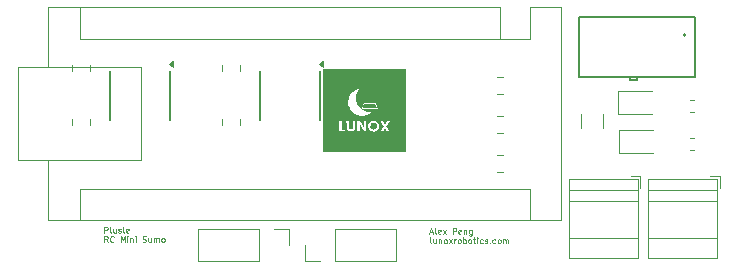
<source format=gbr>
%TF.GenerationSoftware,KiCad,Pcbnew,8.0.4*%
%TF.CreationDate,2025-02-26T16:08:11-05:00*%
%TF.ProjectId,plusle,706c7573-6c65-42e6-9b69-6361645f7063,rev?*%
%TF.SameCoordinates,Original*%
%TF.FileFunction,Legend,Top*%
%TF.FilePolarity,Positive*%
%FSLAX46Y46*%
G04 Gerber Fmt 4.6, Leading zero omitted, Abs format (unit mm)*
G04 Created by KiCad (PCBNEW 8.0.4) date 2025-02-26 16:08:11*
%MOMM*%
%LPD*%
G01*
G04 APERTURE LIST*
%ADD10C,0.100000*%
%ADD11C,0.127000*%
%ADD12C,0.200000*%
%ADD13C,0.000000*%
%ADD14C,0.150000*%
%ADD15C,0.120000*%
G04 APERTURE END LIST*
D10*
X57961027Y-45785780D02*
X58199122Y-45785780D01*
X57913408Y-45928637D02*
X58080074Y-45428637D01*
X58080074Y-45428637D02*
X58246741Y-45928637D01*
X58484836Y-45928637D02*
X58437217Y-45904828D01*
X58437217Y-45904828D02*
X58413407Y-45857208D01*
X58413407Y-45857208D02*
X58413407Y-45428637D01*
X58865788Y-45904828D02*
X58818169Y-45928637D01*
X58818169Y-45928637D02*
X58722931Y-45928637D01*
X58722931Y-45928637D02*
X58675312Y-45904828D01*
X58675312Y-45904828D02*
X58651503Y-45857208D01*
X58651503Y-45857208D02*
X58651503Y-45666732D01*
X58651503Y-45666732D02*
X58675312Y-45619113D01*
X58675312Y-45619113D02*
X58722931Y-45595304D01*
X58722931Y-45595304D02*
X58818169Y-45595304D01*
X58818169Y-45595304D02*
X58865788Y-45619113D01*
X58865788Y-45619113D02*
X58889598Y-45666732D01*
X58889598Y-45666732D02*
X58889598Y-45714351D01*
X58889598Y-45714351D02*
X58651503Y-45761970D01*
X59056264Y-45928637D02*
X59318169Y-45595304D01*
X59056264Y-45595304D02*
X59318169Y-45928637D01*
X59889597Y-45928637D02*
X59889597Y-45428637D01*
X59889597Y-45428637D02*
X60080073Y-45428637D01*
X60080073Y-45428637D02*
X60127692Y-45452447D01*
X60127692Y-45452447D02*
X60151502Y-45476256D01*
X60151502Y-45476256D02*
X60175311Y-45523875D01*
X60175311Y-45523875D02*
X60175311Y-45595304D01*
X60175311Y-45595304D02*
X60151502Y-45642923D01*
X60151502Y-45642923D02*
X60127692Y-45666732D01*
X60127692Y-45666732D02*
X60080073Y-45690542D01*
X60080073Y-45690542D02*
X59889597Y-45690542D01*
X60580073Y-45904828D02*
X60532454Y-45928637D01*
X60532454Y-45928637D02*
X60437216Y-45928637D01*
X60437216Y-45928637D02*
X60389597Y-45904828D01*
X60389597Y-45904828D02*
X60365788Y-45857208D01*
X60365788Y-45857208D02*
X60365788Y-45666732D01*
X60365788Y-45666732D02*
X60389597Y-45619113D01*
X60389597Y-45619113D02*
X60437216Y-45595304D01*
X60437216Y-45595304D02*
X60532454Y-45595304D01*
X60532454Y-45595304D02*
X60580073Y-45619113D01*
X60580073Y-45619113D02*
X60603883Y-45666732D01*
X60603883Y-45666732D02*
X60603883Y-45714351D01*
X60603883Y-45714351D02*
X60365788Y-45761970D01*
X60818168Y-45595304D02*
X60818168Y-45928637D01*
X60818168Y-45642923D02*
X60841978Y-45619113D01*
X60841978Y-45619113D02*
X60889597Y-45595304D01*
X60889597Y-45595304D02*
X60961025Y-45595304D01*
X60961025Y-45595304D02*
X61008644Y-45619113D01*
X61008644Y-45619113D02*
X61032454Y-45666732D01*
X61032454Y-45666732D02*
X61032454Y-45928637D01*
X61484835Y-45595304D02*
X61484835Y-46000066D01*
X61484835Y-46000066D02*
X61461025Y-46047685D01*
X61461025Y-46047685D02*
X61437216Y-46071494D01*
X61437216Y-46071494D02*
X61389597Y-46095304D01*
X61389597Y-46095304D02*
X61318168Y-46095304D01*
X61318168Y-46095304D02*
X61270549Y-46071494D01*
X61484835Y-45904828D02*
X61437216Y-45928637D01*
X61437216Y-45928637D02*
X61341978Y-45928637D01*
X61341978Y-45928637D02*
X61294359Y-45904828D01*
X61294359Y-45904828D02*
X61270549Y-45881018D01*
X61270549Y-45881018D02*
X61246740Y-45833399D01*
X61246740Y-45833399D02*
X61246740Y-45690542D01*
X61246740Y-45690542D02*
X61270549Y-45642923D01*
X61270549Y-45642923D02*
X61294359Y-45619113D01*
X61294359Y-45619113D02*
X61341978Y-45595304D01*
X61341978Y-45595304D02*
X61437216Y-45595304D01*
X61437216Y-45595304D02*
X61484835Y-45619113D01*
X58056265Y-46733609D02*
X58008646Y-46709800D01*
X58008646Y-46709800D02*
X57984836Y-46662180D01*
X57984836Y-46662180D02*
X57984836Y-46233609D01*
X58461027Y-46400276D02*
X58461027Y-46733609D01*
X58246741Y-46400276D02*
X58246741Y-46662180D01*
X58246741Y-46662180D02*
X58270551Y-46709800D01*
X58270551Y-46709800D02*
X58318170Y-46733609D01*
X58318170Y-46733609D02*
X58389598Y-46733609D01*
X58389598Y-46733609D02*
X58437217Y-46709800D01*
X58437217Y-46709800D02*
X58461027Y-46685990D01*
X58699122Y-46400276D02*
X58699122Y-46733609D01*
X58699122Y-46447895D02*
X58722932Y-46424085D01*
X58722932Y-46424085D02*
X58770551Y-46400276D01*
X58770551Y-46400276D02*
X58841979Y-46400276D01*
X58841979Y-46400276D02*
X58889598Y-46424085D01*
X58889598Y-46424085D02*
X58913408Y-46471704D01*
X58913408Y-46471704D02*
X58913408Y-46733609D01*
X59222932Y-46733609D02*
X59175313Y-46709800D01*
X59175313Y-46709800D02*
X59151503Y-46685990D01*
X59151503Y-46685990D02*
X59127694Y-46638371D01*
X59127694Y-46638371D02*
X59127694Y-46495514D01*
X59127694Y-46495514D02*
X59151503Y-46447895D01*
X59151503Y-46447895D02*
X59175313Y-46424085D01*
X59175313Y-46424085D02*
X59222932Y-46400276D01*
X59222932Y-46400276D02*
X59294360Y-46400276D01*
X59294360Y-46400276D02*
X59341979Y-46424085D01*
X59341979Y-46424085D02*
X59365789Y-46447895D01*
X59365789Y-46447895D02*
X59389598Y-46495514D01*
X59389598Y-46495514D02*
X59389598Y-46638371D01*
X59389598Y-46638371D02*
X59365789Y-46685990D01*
X59365789Y-46685990D02*
X59341979Y-46709800D01*
X59341979Y-46709800D02*
X59294360Y-46733609D01*
X59294360Y-46733609D02*
X59222932Y-46733609D01*
X59556265Y-46733609D02*
X59818170Y-46400276D01*
X59556265Y-46400276D02*
X59818170Y-46733609D01*
X60008646Y-46733609D02*
X60008646Y-46400276D01*
X60008646Y-46495514D02*
X60032456Y-46447895D01*
X60032456Y-46447895D02*
X60056265Y-46424085D01*
X60056265Y-46424085D02*
X60103884Y-46400276D01*
X60103884Y-46400276D02*
X60151503Y-46400276D01*
X60389599Y-46733609D02*
X60341980Y-46709800D01*
X60341980Y-46709800D02*
X60318170Y-46685990D01*
X60318170Y-46685990D02*
X60294361Y-46638371D01*
X60294361Y-46638371D02*
X60294361Y-46495514D01*
X60294361Y-46495514D02*
X60318170Y-46447895D01*
X60318170Y-46447895D02*
X60341980Y-46424085D01*
X60341980Y-46424085D02*
X60389599Y-46400276D01*
X60389599Y-46400276D02*
X60461027Y-46400276D01*
X60461027Y-46400276D02*
X60508646Y-46424085D01*
X60508646Y-46424085D02*
X60532456Y-46447895D01*
X60532456Y-46447895D02*
X60556265Y-46495514D01*
X60556265Y-46495514D02*
X60556265Y-46638371D01*
X60556265Y-46638371D02*
X60532456Y-46685990D01*
X60532456Y-46685990D02*
X60508646Y-46709800D01*
X60508646Y-46709800D02*
X60461027Y-46733609D01*
X60461027Y-46733609D02*
X60389599Y-46733609D01*
X60770551Y-46733609D02*
X60770551Y-46233609D01*
X60770551Y-46424085D02*
X60818170Y-46400276D01*
X60818170Y-46400276D02*
X60913408Y-46400276D01*
X60913408Y-46400276D02*
X60961027Y-46424085D01*
X60961027Y-46424085D02*
X60984837Y-46447895D01*
X60984837Y-46447895D02*
X61008646Y-46495514D01*
X61008646Y-46495514D02*
X61008646Y-46638371D01*
X61008646Y-46638371D02*
X60984837Y-46685990D01*
X60984837Y-46685990D02*
X60961027Y-46709800D01*
X60961027Y-46709800D02*
X60913408Y-46733609D01*
X60913408Y-46733609D02*
X60818170Y-46733609D01*
X60818170Y-46733609D02*
X60770551Y-46709800D01*
X61294361Y-46733609D02*
X61246742Y-46709800D01*
X61246742Y-46709800D02*
X61222932Y-46685990D01*
X61222932Y-46685990D02*
X61199123Y-46638371D01*
X61199123Y-46638371D02*
X61199123Y-46495514D01*
X61199123Y-46495514D02*
X61222932Y-46447895D01*
X61222932Y-46447895D02*
X61246742Y-46424085D01*
X61246742Y-46424085D02*
X61294361Y-46400276D01*
X61294361Y-46400276D02*
X61365789Y-46400276D01*
X61365789Y-46400276D02*
X61413408Y-46424085D01*
X61413408Y-46424085D02*
X61437218Y-46447895D01*
X61437218Y-46447895D02*
X61461027Y-46495514D01*
X61461027Y-46495514D02*
X61461027Y-46638371D01*
X61461027Y-46638371D02*
X61437218Y-46685990D01*
X61437218Y-46685990D02*
X61413408Y-46709800D01*
X61413408Y-46709800D02*
X61365789Y-46733609D01*
X61365789Y-46733609D02*
X61294361Y-46733609D01*
X61603885Y-46400276D02*
X61794361Y-46400276D01*
X61675313Y-46233609D02*
X61675313Y-46662180D01*
X61675313Y-46662180D02*
X61699123Y-46709800D01*
X61699123Y-46709800D02*
X61746742Y-46733609D01*
X61746742Y-46733609D02*
X61794361Y-46733609D01*
X61961027Y-46733609D02*
X61961027Y-46400276D01*
X61961027Y-46233609D02*
X61937218Y-46257419D01*
X61937218Y-46257419D02*
X61961027Y-46281228D01*
X61961027Y-46281228D02*
X61984837Y-46257419D01*
X61984837Y-46257419D02*
X61961027Y-46233609D01*
X61961027Y-46233609D02*
X61961027Y-46281228D01*
X62413408Y-46709800D02*
X62365789Y-46733609D01*
X62365789Y-46733609D02*
X62270551Y-46733609D01*
X62270551Y-46733609D02*
X62222932Y-46709800D01*
X62222932Y-46709800D02*
X62199122Y-46685990D01*
X62199122Y-46685990D02*
X62175313Y-46638371D01*
X62175313Y-46638371D02*
X62175313Y-46495514D01*
X62175313Y-46495514D02*
X62199122Y-46447895D01*
X62199122Y-46447895D02*
X62222932Y-46424085D01*
X62222932Y-46424085D02*
X62270551Y-46400276D01*
X62270551Y-46400276D02*
X62365789Y-46400276D01*
X62365789Y-46400276D02*
X62413408Y-46424085D01*
X62603884Y-46709800D02*
X62651503Y-46733609D01*
X62651503Y-46733609D02*
X62746741Y-46733609D01*
X62746741Y-46733609D02*
X62794360Y-46709800D01*
X62794360Y-46709800D02*
X62818169Y-46662180D01*
X62818169Y-46662180D02*
X62818169Y-46638371D01*
X62818169Y-46638371D02*
X62794360Y-46590752D01*
X62794360Y-46590752D02*
X62746741Y-46566942D01*
X62746741Y-46566942D02*
X62675312Y-46566942D01*
X62675312Y-46566942D02*
X62627693Y-46543133D01*
X62627693Y-46543133D02*
X62603884Y-46495514D01*
X62603884Y-46495514D02*
X62603884Y-46471704D01*
X62603884Y-46471704D02*
X62627693Y-46424085D01*
X62627693Y-46424085D02*
X62675312Y-46400276D01*
X62675312Y-46400276D02*
X62746741Y-46400276D01*
X62746741Y-46400276D02*
X62794360Y-46424085D01*
X63032455Y-46685990D02*
X63056265Y-46709800D01*
X63056265Y-46709800D02*
X63032455Y-46733609D01*
X63032455Y-46733609D02*
X63008646Y-46709800D01*
X63008646Y-46709800D02*
X63032455Y-46685990D01*
X63032455Y-46685990D02*
X63032455Y-46733609D01*
X63484836Y-46709800D02*
X63437217Y-46733609D01*
X63437217Y-46733609D02*
X63341979Y-46733609D01*
X63341979Y-46733609D02*
X63294360Y-46709800D01*
X63294360Y-46709800D02*
X63270550Y-46685990D01*
X63270550Y-46685990D02*
X63246741Y-46638371D01*
X63246741Y-46638371D02*
X63246741Y-46495514D01*
X63246741Y-46495514D02*
X63270550Y-46447895D01*
X63270550Y-46447895D02*
X63294360Y-46424085D01*
X63294360Y-46424085D02*
X63341979Y-46400276D01*
X63341979Y-46400276D02*
X63437217Y-46400276D01*
X63437217Y-46400276D02*
X63484836Y-46424085D01*
X63770550Y-46733609D02*
X63722931Y-46709800D01*
X63722931Y-46709800D02*
X63699121Y-46685990D01*
X63699121Y-46685990D02*
X63675312Y-46638371D01*
X63675312Y-46638371D02*
X63675312Y-46495514D01*
X63675312Y-46495514D02*
X63699121Y-46447895D01*
X63699121Y-46447895D02*
X63722931Y-46424085D01*
X63722931Y-46424085D02*
X63770550Y-46400276D01*
X63770550Y-46400276D02*
X63841978Y-46400276D01*
X63841978Y-46400276D02*
X63889597Y-46424085D01*
X63889597Y-46424085D02*
X63913407Y-46447895D01*
X63913407Y-46447895D02*
X63937216Y-46495514D01*
X63937216Y-46495514D02*
X63937216Y-46638371D01*
X63937216Y-46638371D02*
X63913407Y-46685990D01*
X63913407Y-46685990D02*
X63889597Y-46709800D01*
X63889597Y-46709800D02*
X63841978Y-46733609D01*
X63841978Y-46733609D02*
X63770550Y-46733609D01*
X64151502Y-46733609D02*
X64151502Y-46400276D01*
X64151502Y-46447895D02*
X64175312Y-46424085D01*
X64175312Y-46424085D02*
X64222931Y-46400276D01*
X64222931Y-46400276D02*
X64294359Y-46400276D01*
X64294359Y-46400276D02*
X64341978Y-46424085D01*
X64341978Y-46424085D02*
X64365788Y-46471704D01*
X64365788Y-46471704D02*
X64365788Y-46733609D01*
X64365788Y-46471704D02*
X64389597Y-46424085D01*
X64389597Y-46424085D02*
X64437216Y-46400276D01*
X64437216Y-46400276D02*
X64508645Y-46400276D01*
X64508645Y-46400276D02*
X64556264Y-46424085D01*
X64556264Y-46424085D02*
X64580074Y-46471704D01*
X64580074Y-46471704D02*
X64580074Y-46733609D01*
X30384836Y-45828637D02*
X30384836Y-45328637D01*
X30384836Y-45328637D02*
X30575312Y-45328637D01*
X30575312Y-45328637D02*
X30622931Y-45352447D01*
X30622931Y-45352447D02*
X30646741Y-45376256D01*
X30646741Y-45376256D02*
X30670550Y-45423875D01*
X30670550Y-45423875D02*
X30670550Y-45495304D01*
X30670550Y-45495304D02*
X30646741Y-45542923D01*
X30646741Y-45542923D02*
X30622931Y-45566732D01*
X30622931Y-45566732D02*
X30575312Y-45590542D01*
X30575312Y-45590542D02*
X30384836Y-45590542D01*
X30956265Y-45828637D02*
X30908646Y-45804828D01*
X30908646Y-45804828D02*
X30884836Y-45757208D01*
X30884836Y-45757208D02*
X30884836Y-45328637D01*
X31361027Y-45495304D02*
X31361027Y-45828637D01*
X31146741Y-45495304D02*
X31146741Y-45757208D01*
X31146741Y-45757208D02*
X31170551Y-45804828D01*
X31170551Y-45804828D02*
X31218170Y-45828637D01*
X31218170Y-45828637D02*
X31289598Y-45828637D01*
X31289598Y-45828637D02*
X31337217Y-45804828D01*
X31337217Y-45804828D02*
X31361027Y-45781018D01*
X31575313Y-45804828D02*
X31622932Y-45828637D01*
X31622932Y-45828637D02*
X31718170Y-45828637D01*
X31718170Y-45828637D02*
X31765789Y-45804828D01*
X31765789Y-45804828D02*
X31789598Y-45757208D01*
X31789598Y-45757208D02*
X31789598Y-45733399D01*
X31789598Y-45733399D02*
X31765789Y-45685780D01*
X31765789Y-45685780D02*
X31718170Y-45661970D01*
X31718170Y-45661970D02*
X31646741Y-45661970D01*
X31646741Y-45661970D02*
X31599122Y-45638161D01*
X31599122Y-45638161D02*
X31575313Y-45590542D01*
X31575313Y-45590542D02*
X31575313Y-45566732D01*
X31575313Y-45566732D02*
X31599122Y-45519113D01*
X31599122Y-45519113D02*
X31646741Y-45495304D01*
X31646741Y-45495304D02*
X31718170Y-45495304D01*
X31718170Y-45495304D02*
X31765789Y-45519113D01*
X32075313Y-45828637D02*
X32027694Y-45804828D01*
X32027694Y-45804828D02*
X32003884Y-45757208D01*
X32003884Y-45757208D02*
X32003884Y-45328637D01*
X32456265Y-45804828D02*
X32408646Y-45828637D01*
X32408646Y-45828637D02*
X32313408Y-45828637D01*
X32313408Y-45828637D02*
X32265789Y-45804828D01*
X32265789Y-45804828D02*
X32241980Y-45757208D01*
X32241980Y-45757208D02*
X32241980Y-45566732D01*
X32241980Y-45566732D02*
X32265789Y-45519113D01*
X32265789Y-45519113D02*
X32313408Y-45495304D01*
X32313408Y-45495304D02*
X32408646Y-45495304D01*
X32408646Y-45495304D02*
X32456265Y-45519113D01*
X32456265Y-45519113D02*
X32480075Y-45566732D01*
X32480075Y-45566732D02*
X32480075Y-45614351D01*
X32480075Y-45614351D02*
X32241980Y-45661970D01*
X30670550Y-46633609D02*
X30503884Y-46395514D01*
X30384836Y-46633609D02*
X30384836Y-46133609D01*
X30384836Y-46133609D02*
X30575312Y-46133609D01*
X30575312Y-46133609D02*
X30622931Y-46157419D01*
X30622931Y-46157419D02*
X30646741Y-46181228D01*
X30646741Y-46181228D02*
X30670550Y-46228847D01*
X30670550Y-46228847D02*
X30670550Y-46300276D01*
X30670550Y-46300276D02*
X30646741Y-46347895D01*
X30646741Y-46347895D02*
X30622931Y-46371704D01*
X30622931Y-46371704D02*
X30575312Y-46395514D01*
X30575312Y-46395514D02*
X30384836Y-46395514D01*
X31170550Y-46585990D02*
X31146741Y-46609800D01*
X31146741Y-46609800D02*
X31075312Y-46633609D01*
X31075312Y-46633609D02*
X31027693Y-46633609D01*
X31027693Y-46633609D02*
X30956265Y-46609800D01*
X30956265Y-46609800D02*
X30908646Y-46562180D01*
X30908646Y-46562180D02*
X30884836Y-46514561D01*
X30884836Y-46514561D02*
X30861027Y-46419323D01*
X30861027Y-46419323D02*
X30861027Y-46347895D01*
X30861027Y-46347895D02*
X30884836Y-46252657D01*
X30884836Y-46252657D02*
X30908646Y-46205038D01*
X30908646Y-46205038D02*
X30956265Y-46157419D01*
X30956265Y-46157419D02*
X31027693Y-46133609D01*
X31027693Y-46133609D02*
X31075312Y-46133609D01*
X31075312Y-46133609D02*
X31146741Y-46157419D01*
X31146741Y-46157419D02*
X31170550Y-46181228D01*
X31765788Y-46633609D02*
X31765788Y-46133609D01*
X31765788Y-46133609D02*
X31932455Y-46490752D01*
X31932455Y-46490752D02*
X32099121Y-46133609D01*
X32099121Y-46133609D02*
X32099121Y-46633609D01*
X32337217Y-46633609D02*
X32337217Y-46300276D01*
X32337217Y-46133609D02*
X32313408Y-46157419D01*
X32313408Y-46157419D02*
X32337217Y-46181228D01*
X32337217Y-46181228D02*
X32361027Y-46157419D01*
X32361027Y-46157419D02*
X32337217Y-46133609D01*
X32337217Y-46133609D02*
X32337217Y-46181228D01*
X32575312Y-46300276D02*
X32575312Y-46633609D01*
X32575312Y-46347895D02*
X32599122Y-46324085D01*
X32599122Y-46324085D02*
X32646741Y-46300276D01*
X32646741Y-46300276D02*
X32718169Y-46300276D01*
X32718169Y-46300276D02*
X32765788Y-46324085D01*
X32765788Y-46324085D02*
X32789598Y-46371704D01*
X32789598Y-46371704D02*
X32789598Y-46633609D01*
X33027693Y-46633609D02*
X33027693Y-46300276D01*
X33027693Y-46133609D02*
X33003884Y-46157419D01*
X33003884Y-46157419D02*
X33027693Y-46181228D01*
X33027693Y-46181228D02*
X33051503Y-46157419D01*
X33051503Y-46157419D02*
X33027693Y-46133609D01*
X33027693Y-46133609D02*
X33027693Y-46181228D01*
X33622931Y-46609800D02*
X33694359Y-46633609D01*
X33694359Y-46633609D02*
X33813407Y-46633609D01*
X33813407Y-46633609D02*
X33861026Y-46609800D01*
X33861026Y-46609800D02*
X33884835Y-46585990D01*
X33884835Y-46585990D02*
X33908645Y-46538371D01*
X33908645Y-46538371D02*
X33908645Y-46490752D01*
X33908645Y-46490752D02*
X33884835Y-46443133D01*
X33884835Y-46443133D02*
X33861026Y-46419323D01*
X33861026Y-46419323D02*
X33813407Y-46395514D01*
X33813407Y-46395514D02*
X33718169Y-46371704D01*
X33718169Y-46371704D02*
X33670550Y-46347895D01*
X33670550Y-46347895D02*
X33646740Y-46324085D01*
X33646740Y-46324085D02*
X33622931Y-46276466D01*
X33622931Y-46276466D02*
X33622931Y-46228847D01*
X33622931Y-46228847D02*
X33646740Y-46181228D01*
X33646740Y-46181228D02*
X33670550Y-46157419D01*
X33670550Y-46157419D02*
X33718169Y-46133609D01*
X33718169Y-46133609D02*
X33837216Y-46133609D01*
X33837216Y-46133609D02*
X33908645Y-46157419D01*
X34337216Y-46300276D02*
X34337216Y-46633609D01*
X34122930Y-46300276D02*
X34122930Y-46562180D01*
X34122930Y-46562180D02*
X34146740Y-46609800D01*
X34146740Y-46609800D02*
X34194359Y-46633609D01*
X34194359Y-46633609D02*
X34265787Y-46633609D01*
X34265787Y-46633609D02*
X34313406Y-46609800D01*
X34313406Y-46609800D02*
X34337216Y-46585990D01*
X34575311Y-46633609D02*
X34575311Y-46300276D01*
X34575311Y-46347895D02*
X34599121Y-46324085D01*
X34599121Y-46324085D02*
X34646740Y-46300276D01*
X34646740Y-46300276D02*
X34718168Y-46300276D01*
X34718168Y-46300276D02*
X34765787Y-46324085D01*
X34765787Y-46324085D02*
X34789597Y-46371704D01*
X34789597Y-46371704D02*
X34789597Y-46633609D01*
X34789597Y-46371704D02*
X34813406Y-46324085D01*
X34813406Y-46324085D02*
X34861025Y-46300276D01*
X34861025Y-46300276D02*
X34932454Y-46300276D01*
X34932454Y-46300276D02*
X34980073Y-46324085D01*
X34980073Y-46324085D02*
X35003883Y-46371704D01*
X35003883Y-46371704D02*
X35003883Y-46633609D01*
X35313407Y-46633609D02*
X35265788Y-46609800D01*
X35265788Y-46609800D02*
X35241978Y-46585990D01*
X35241978Y-46585990D02*
X35218169Y-46538371D01*
X35218169Y-46538371D02*
X35218169Y-46395514D01*
X35218169Y-46395514D02*
X35241978Y-46347895D01*
X35241978Y-46347895D02*
X35265788Y-46324085D01*
X35265788Y-46324085D02*
X35313407Y-46300276D01*
X35313407Y-46300276D02*
X35384835Y-46300276D01*
X35384835Y-46300276D02*
X35432454Y-46324085D01*
X35432454Y-46324085D02*
X35456264Y-46347895D01*
X35456264Y-46347895D02*
X35480073Y-46395514D01*
X35480073Y-46395514D02*
X35480073Y-46538371D01*
X35480073Y-46538371D02*
X35456264Y-46585990D01*
X35456264Y-46585990D02*
X35432454Y-46609800D01*
X35432454Y-46609800D02*
X35384835Y-46633609D01*
X35384835Y-46633609D02*
X35313407Y-46633609D01*
D11*
%TO.C,SW1*%
X80400000Y-27560000D02*
X80400000Y-32640000D01*
X70600000Y-27560000D02*
X80400000Y-27560000D01*
X80400000Y-32640000D02*
X75500000Y-32640000D01*
X75500000Y-32640000D02*
X74900000Y-32640000D01*
X75500000Y-32640000D02*
X75500000Y-32940000D01*
X74900000Y-32640000D02*
X70600000Y-32640000D01*
X70600000Y-32640000D02*
X70600000Y-27560000D01*
X75500000Y-32940000D02*
X74900000Y-32940000D01*
X74900000Y-32940000D02*
X74900000Y-32640000D01*
D12*
X79600000Y-29100000D02*
G75*
G02*
X79400000Y-29100000I-100000J0D01*
G01*
X79400000Y-29100000D02*
G75*
G02*
X79600000Y-29100000I100000J0D01*
G01*
D13*
%TO.C,G\u002A\u002A\u002A*%
G36*
X55900551Y-35500000D02*
G01*
X55900551Y-39000551D01*
X52400000Y-39000551D01*
X48899449Y-39000551D01*
X48899449Y-37264278D01*
X50285667Y-37264278D01*
X50530705Y-37264278D01*
X50775744Y-37264278D01*
X50775744Y-37187265D01*
X50775744Y-37110253D01*
X50628721Y-37110253D01*
X50481698Y-37110253D01*
X50481698Y-36732194D01*
X50481698Y-36354134D01*
X50885930Y-36354134D01*
X50890346Y-36686687D01*
X50891848Y-36792001D01*
X50893467Y-36873356D01*
X50895600Y-36934793D01*
X50898644Y-36980357D01*
X50902994Y-37014090D01*
X50909048Y-37040035D01*
X50917203Y-37062235D01*
X50927854Y-37084733D01*
X50929768Y-37088535D01*
X50984121Y-37167313D01*
X51056074Y-37224909D01*
X51143986Y-37260486D01*
X51246215Y-37273208D01*
X51289621Y-37271794D01*
X51331680Y-37264278D01*
X51797905Y-37264278D01*
X51895920Y-37264278D01*
X51993936Y-37264278D01*
X51993936Y-36959780D01*
X51993936Y-36655282D01*
X52197064Y-36959780D01*
X52400193Y-37264278D01*
X52491111Y-37264278D01*
X52582028Y-37264278D01*
X52582028Y-36830209D01*
X52725228Y-36830209D01*
X52737969Y-36933488D01*
X52767162Y-37019277D01*
X52816175Y-37094846D01*
X52876742Y-37157202D01*
X52966547Y-37219842D01*
X53067838Y-37259103D01*
X53175636Y-37274261D01*
X53284959Y-37264589D01*
X53307578Y-37257196D01*
X53758214Y-37257196D01*
X53771058Y-37260623D01*
X53804963Y-37263138D01*
X53852989Y-37264259D01*
X53860346Y-37264278D01*
X53962478Y-37264278D01*
X54045875Y-37117619D01*
X54078730Y-37060930D01*
X54106892Y-37014366D01*
X54127408Y-36982676D01*
X54137322Y-36970605D01*
X54137398Y-36970596D01*
X54147593Y-36981576D01*
X54169374Y-37011751D01*
X54199553Y-37056524D01*
X54234946Y-37111297D01*
X54235413Y-37112034D01*
X54271633Y-37167714D01*
X54303589Y-37214157D01*
X54327797Y-37246473D01*
X54340694Y-37259745D01*
X54361772Y-37262167D01*
X54401935Y-37262756D01*
X54450230Y-37261465D01*
X54544375Y-37257277D01*
X54408608Y-37047243D01*
X54364431Y-36978553D01*
X54325550Y-36917439D01*
X54294544Y-36868006D01*
X54273987Y-36834357D01*
X54266601Y-36821095D01*
X54270955Y-36803029D01*
X54287729Y-36767474D01*
X54313952Y-36720336D01*
X54333532Y-36688074D01*
X54375939Y-36620319D01*
X54422992Y-36545138D01*
X54466009Y-36476405D01*
X54474990Y-36462054D01*
X54543278Y-36352939D01*
X54434971Y-36357037D01*
X54326664Y-36361135D01*
X54247090Y-36498371D01*
X54214777Y-36553683D01*
X54187494Y-36599608D01*
X54168336Y-36630986D01*
X54160642Y-36642481D01*
X54150924Y-36634096D01*
X54129318Y-36606252D01*
X54098898Y-36563159D01*
X54062735Y-36509032D01*
X54057993Y-36501745D01*
X53962217Y-36354134D01*
X53858717Y-36354134D01*
X53804185Y-36355253D01*
X53773328Y-36359159D01*
X53761886Y-36366679D01*
X53762381Y-36372803D01*
X53772085Y-36390188D01*
X53794532Y-36426771D01*
X53827077Y-36478351D01*
X53867074Y-36540728D01*
X53903720Y-36597209D01*
X54037895Y-36802946D01*
X53898054Y-37026530D01*
X53854222Y-37096970D01*
X53816014Y-37159056D01*
X53785739Y-37208981D01*
X53765705Y-37242936D01*
X53758220Y-37257117D01*
X53758214Y-37257196D01*
X53307578Y-37257196D01*
X53386293Y-37231468D01*
X53476386Y-37175688D01*
X53553653Y-37099021D01*
X53611810Y-37007811D01*
X53615342Y-37000307D01*
X53645134Y-36904950D01*
X53653965Y-36800774D01*
X53641833Y-36697428D01*
X53615521Y-36618496D01*
X53555396Y-36517670D01*
X53477631Y-36437682D01*
X53396404Y-36386056D01*
X53354527Y-36367139D01*
X53316919Y-36355537D01*
X53274242Y-36349546D01*
X53217157Y-36347465D01*
X53184123Y-36347350D01*
X53086275Y-36352796D01*
X53006826Y-36370898D01*
X52937820Y-36404846D01*
X52871301Y-36457827D01*
X52845636Y-36482984D01*
X52784401Y-36558695D01*
X52745397Y-36640480D01*
X52726627Y-36734101D01*
X52725228Y-36830209D01*
X52582028Y-36830209D01*
X52582028Y-36809206D01*
X52582028Y-36354134D01*
X52491287Y-36354134D01*
X52400546Y-36354134D01*
X52396772Y-36657293D01*
X52392999Y-36960453D01*
X52191354Y-36657293D01*
X51989709Y-36354134D01*
X51893807Y-36354134D01*
X51797905Y-36354134D01*
X51797905Y-36809206D01*
X51797905Y-37264278D01*
X51331680Y-37264278D01*
X51379279Y-37255772D01*
X51446278Y-37230069D01*
X51494218Y-37200048D01*
X51537479Y-37163564D01*
X51553638Y-37145491D01*
X51576402Y-37113657D01*
X51594068Y-37082397D01*
X51607283Y-37047664D01*
X51616694Y-37005410D01*
X51622948Y-36951588D01*
X51626694Y-36882150D01*
X51628236Y-36809206D01*
X51628578Y-36793048D01*
X51629248Y-36680236D01*
X51629264Y-36672684D01*
X51629878Y-36354134D01*
X51540029Y-36354134D01*
X51450179Y-36354134D01*
X51445460Y-36665683D01*
X51443592Y-36770407D01*
X51441355Y-36850988D01*
X51438430Y-36911290D01*
X51434500Y-36955174D01*
X51429247Y-36986504D01*
X51422355Y-37009142D01*
X51416146Y-37022324D01*
X51384588Y-37065024D01*
X51343017Y-37089653D01*
X51284579Y-37099607D01*
X51258820Y-37100252D01*
X51192844Y-37094641D01*
X51146138Y-37075544D01*
X51111849Y-37039568D01*
X51101494Y-37022324D01*
X51093213Y-37003577D01*
X51086802Y-36978940D01*
X51081944Y-36944551D01*
X51078322Y-36896548D01*
X51075617Y-36831068D01*
X51073512Y-36744250D01*
X51072180Y-36665683D01*
X51067461Y-36354134D01*
X50976695Y-36354134D01*
X50885930Y-36354134D01*
X50481698Y-36354134D01*
X50383682Y-36354134D01*
X50285667Y-36354134D01*
X50285667Y-36809206D01*
X50285667Y-37264278D01*
X48899449Y-37264278D01*
X48899449Y-36809206D01*
X48899449Y-35500000D01*
X48899449Y-34847299D01*
X51032889Y-34847299D01*
X51032970Y-34848460D01*
X51052732Y-35007091D01*
X51090028Y-35149920D01*
X51147547Y-35284890D01*
X51225016Y-35415530D01*
X51337615Y-35559387D01*
X51468398Y-35682274D01*
X51615845Y-35783118D01*
X51778437Y-35860848D01*
X51921228Y-35906392D01*
X52006314Y-35921366D01*
X52109673Y-35929370D01*
X52222505Y-35930591D01*
X52336009Y-35925216D01*
X52441384Y-35913432D01*
X52529829Y-35895428D01*
X52537515Y-35893260D01*
X52604807Y-35870608D01*
X52679386Y-35840912D01*
X52739674Y-35813226D01*
X52794047Y-35783664D01*
X52851901Y-35748685D01*
X52907087Y-35712423D01*
X52953458Y-35679014D01*
X52984866Y-35652596D01*
X52993641Y-35642373D01*
X52983633Y-35636913D01*
X52950779Y-35631123D01*
X52900215Y-35625694D01*
X52837134Y-35621319D01*
X52723057Y-35612513D01*
X52626921Y-35598318D01*
X52538873Y-35576789D01*
X52449063Y-35545978D01*
X52442006Y-35543248D01*
X52400603Y-35527143D01*
X52367519Y-35513706D01*
X52344478Y-35502694D01*
X52333204Y-35493863D01*
X52335418Y-35486969D01*
X52352844Y-35481771D01*
X52387205Y-35478024D01*
X52440223Y-35475484D01*
X52513623Y-35473909D01*
X52609125Y-35473056D01*
X52728455Y-35472681D01*
X52873333Y-35472540D01*
X52943025Y-35472492D01*
X53097422Y-35472265D01*
X53226071Y-35471797D01*
X53331229Y-35471017D01*
X53415149Y-35469853D01*
X53480089Y-35468236D01*
X53528303Y-35466095D01*
X53562049Y-35463360D01*
X53583581Y-35459960D01*
X53595156Y-35455825D01*
X53598735Y-35452011D01*
X53595644Y-35434354D01*
X53583304Y-35395502D01*
X53563498Y-35340002D01*
X53538007Y-35272398D01*
X53508613Y-35197236D01*
X53477099Y-35119061D01*
X53445246Y-35042420D01*
X53414837Y-34971859D01*
X53387653Y-34911921D01*
X53383844Y-34903876D01*
X53360803Y-34855559D01*
X52850063Y-34859229D01*
X52339323Y-34862899D01*
X52254143Y-35117466D01*
X52227097Y-35197285D01*
X52202530Y-35267897D01*
X52181985Y-35325016D01*
X52167004Y-35364359D01*
X52159130Y-35381643D01*
X52158914Y-35381888D01*
X52145899Y-35376280D01*
X52117606Y-35353858D01*
X52078061Y-35318097D01*
X52031287Y-35272473D01*
X52025893Y-35267021D01*
X51908042Y-35128745D01*
X51813908Y-34978677D01*
X51743705Y-34819494D01*
X51697644Y-34653879D01*
X51675938Y-34484508D01*
X51678801Y-34314063D01*
X51706445Y-34145223D01*
X51759083Y-33980668D01*
X51836927Y-33823076D01*
X51903275Y-33722741D01*
X51933146Y-33680926D01*
X51954451Y-33648702D01*
X51963475Y-33631762D01*
X51963404Y-33630608D01*
X51948931Y-33632439D01*
X51914846Y-33641310D01*
X51868098Y-33655386D01*
X51860915Y-33657675D01*
X51692326Y-33725428D01*
X51539343Y-33814381D01*
X51403483Y-33922350D01*
X51286263Y-34047154D01*
X51189202Y-34186609D01*
X51113816Y-34338534D01*
X51061624Y-34500746D01*
X51034142Y-34671062D01*
X51032889Y-34847299D01*
X48899449Y-34847299D01*
X48899449Y-31999449D01*
X52400000Y-31999449D01*
X55900551Y-31999449D01*
X55900551Y-35500000D01*
G37*
G36*
X53280479Y-36519205D02*
G01*
X53291729Y-36523052D01*
X53328977Y-36543127D01*
X53367333Y-36572266D01*
X53370903Y-36575560D01*
X53413596Y-36623383D01*
X53439893Y-36674211D01*
X53452998Y-36736559D01*
X53456147Y-36802205D01*
X53448207Y-36897250D01*
X53422316Y-36972909D01*
X53377017Y-37032425D01*
X53339391Y-37062085D01*
X53279573Y-37089345D01*
X53208308Y-37103875D01*
X53137845Y-37104088D01*
X53093109Y-37093980D01*
X53021845Y-37056889D01*
X52970009Y-37003845D01*
X52944403Y-36959753D01*
X52919208Y-36882153D01*
X52912429Y-36797908D01*
X52923025Y-36714521D01*
X52949961Y-36639490D01*
X52992197Y-36580317D01*
X52997617Y-36575203D01*
X53056457Y-36538247D01*
X53130122Y-36515370D01*
X53208250Y-36508410D01*
X53280479Y-36519205D01*
G37*
G36*
X53517929Y-35367638D02*
G01*
X53529805Y-35395728D01*
X53534178Y-35409644D01*
X53520632Y-35410924D01*
X53481816Y-35412117D01*
X53420464Y-35413197D01*
X53339311Y-35414138D01*
X53241091Y-35414914D01*
X53128539Y-35415499D01*
X53004389Y-35415865D01*
X52876075Y-35415987D01*
X52743321Y-35415861D01*
X52619526Y-35415502D01*
X52507422Y-35414934D01*
X52409744Y-35414183D01*
X52329228Y-35413275D01*
X52268607Y-35412233D01*
X52230615Y-35411084D01*
X52217971Y-35409897D01*
X52222411Y-35393734D01*
X52231627Y-35367890D01*
X52245282Y-35331973D01*
X52873481Y-35331973D01*
X53501679Y-35331973D01*
X53517929Y-35367638D01*
G37*
G36*
X53408171Y-35111439D02*
G01*
X53489741Y-35303969D01*
X52874859Y-35303969D01*
X52746674Y-35303729D01*
X52627542Y-35303042D01*
X52520290Y-35301958D01*
X52427748Y-35300529D01*
X52352744Y-35298802D01*
X52298108Y-35296830D01*
X52266669Y-35294663D01*
X52259978Y-35293057D01*
X52264200Y-35276445D01*
X52275776Y-35238501D01*
X52293068Y-35184412D01*
X52302050Y-35157077D01*
X53149469Y-35157077D01*
X53157170Y-35172215D01*
X53174782Y-35183424D01*
X53190944Y-35173857D01*
X53201468Y-35152432D01*
X53194863Y-35139270D01*
X53176926Y-35128990D01*
X53161089Y-35137628D01*
X53149469Y-35157077D01*
X52302050Y-35157077D01*
X52314440Y-35119370D01*
X52320723Y-35100526D01*
X52323256Y-35092954D01*
X53027543Y-35092954D01*
X53034112Y-35093936D01*
X53055291Y-35105686D01*
X53065828Y-35124221D01*
X53074540Y-35144452D01*
X53083580Y-35139422D01*
X53088221Y-35131668D01*
X53109536Y-35105931D01*
X53120391Y-35097882D01*
X53131200Y-35086049D01*
X53123254Y-35067229D01*
X53117711Y-35060015D01*
X53190988Y-35060015D01*
X53192031Y-35067399D01*
X53209677Y-35079656D01*
X53224111Y-35070031D01*
X53226130Y-35059370D01*
X53216838Y-35045238D01*
X53205207Y-35046835D01*
X53190988Y-35060015D01*
X53117711Y-35060015D01*
X53113971Y-35055147D01*
X53088162Y-35023359D01*
X53050085Y-35058647D01*
X53027746Y-35082478D01*
X53027543Y-35092954D01*
X52323256Y-35092954D01*
X52381467Y-34918908D01*
X52854034Y-34918908D01*
X53326600Y-34918908D01*
X53408171Y-35111439D01*
G37*
D14*
%TO.C,U4*%
X48675000Y-32175000D02*
X48675000Y-36325000D01*
X43525000Y-32175000D02*
X43525000Y-36325000D01*
D15*
X48905000Y-31815000D02*
X48575000Y-31575000D01*
X48905000Y-31335000D01*
X48905000Y-31815000D01*
G36*
X48905000Y-31815000D02*
G01*
X48575000Y-31575000D01*
X48905000Y-31335000D01*
X48905000Y-31815000D01*
G37*
D14*
%TO.C,U3*%
X35975000Y-32175000D02*
X35975000Y-36325000D01*
X30825000Y-32175000D02*
X30825000Y-36325000D01*
D15*
X36205000Y-31815000D02*
X35875000Y-31575000D01*
X36205000Y-31335000D01*
X36205000Y-31815000D01*
G36*
X36205000Y-31815000D02*
G01*
X35875000Y-31575000D01*
X36205000Y-31335000D01*
X36205000Y-31815000D01*
G37*
%TO.C,R4*%
X73975000Y-37140000D02*
X73975000Y-39060000D01*
X73975000Y-39060000D02*
X76835000Y-39060000D01*
X76835000Y-37140000D02*
X73975000Y-37140000D01*
%TO.C,R3*%
X73875000Y-33840000D02*
X73875000Y-35760000D01*
X73875000Y-35760000D02*
X76735000Y-35760000D01*
X76735000Y-33840000D02*
X73875000Y-33840000D01*
%TO.C,R2*%
X41835000Y-31672936D02*
X41835000Y-32127064D01*
X40365000Y-31672936D02*
X40365000Y-32127064D01*
%TO.C,R1*%
X29135000Y-31672936D02*
X29135000Y-32127064D01*
X27665000Y-31672936D02*
X27665000Y-32127064D01*
%TO.C,J4*%
X46055000Y-45570000D02*
X46055000Y-46900000D01*
X44725000Y-45570000D02*
X46055000Y-45570000D01*
X43455000Y-45570000D02*
X38315000Y-45570000D01*
X43455000Y-45570000D02*
X43455000Y-48230000D01*
X38315000Y-45570000D02*
X38315000Y-48230000D01*
X43455000Y-48230000D02*
X38315000Y-48230000D01*
%TO.C,J3*%
X82480000Y-41040000D02*
X81680000Y-41040000D01*
X82480000Y-42080000D02*
X82480000Y-41040000D01*
X76420000Y-48020000D02*
X76420000Y-41280000D01*
X82240000Y-48020000D02*
X82240000Y-41280000D01*
X82240000Y-41280000D02*
X76420000Y-41280000D01*
X82240000Y-48020000D02*
X76420000Y-48020000D01*
X82240000Y-46301000D02*
X76420000Y-46301000D01*
X82240000Y-43200000D02*
X76420000Y-43200000D01*
X82240000Y-42200000D02*
X76420000Y-42200000D01*
%TO.C,J2*%
X75780000Y-41040000D02*
X74980000Y-41040000D01*
X75780000Y-42080000D02*
X75780000Y-41040000D01*
X69720000Y-48020000D02*
X69720000Y-41280000D01*
X75540000Y-48020000D02*
X75540000Y-41280000D01*
X75540000Y-41280000D02*
X69720000Y-41280000D01*
X75540000Y-48020000D02*
X69720000Y-48020000D01*
X75540000Y-46301000D02*
X69720000Y-46301000D01*
X75540000Y-43200000D02*
X69720000Y-43200000D01*
X75540000Y-42200000D02*
X69720000Y-42200000D01*
%TO.C,J1*%
X47345000Y-48230000D02*
X47345000Y-46900000D01*
X48675000Y-48230000D02*
X47345000Y-48230000D01*
X49945000Y-48230000D02*
X55085000Y-48230000D01*
X49945000Y-48230000D02*
X49945000Y-45570000D01*
X55085000Y-48230000D02*
X55085000Y-45570000D01*
X49945000Y-45570000D02*
X55085000Y-45570000D01*
%TO.C,F1*%
X70750000Y-35797936D02*
X70750000Y-37002064D01*
X72570000Y-35797936D02*
X72570000Y-37002064D01*
%TO.C,D2*%
X80306267Y-38810000D02*
X80013733Y-38810000D01*
X80306267Y-37790000D02*
X80013733Y-37790000D01*
%TO.C,D1*%
X80306267Y-35610000D02*
X80013733Y-35610000D01*
X80306267Y-34590000D02*
X80013733Y-34590000D01*
%TO.C,C8*%
X41835000Y-36238748D02*
X41835000Y-36761252D01*
X40365000Y-36238748D02*
X40365000Y-36761252D01*
%TO.C,C7*%
X29135000Y-36238748D02*
X29135000Y-36761252D01*
X27665000Y-36238748D02*
X27665000Y-36761252D01*
%TO.C,C3*%
X64161252Y-40735000D02*
X63638748Y-40735000D01*
X64161252Y-39265000D02*
X63638748Y-39265000D01*
%TO.C,C2*%
X64161252Y-37435000D02*
X63638748Y-37435000D01*
X64161252Y-35965000D02*
X63638748Y-35965000D01*
%TO.C,C1*%
X64161252Y-34135000D02*
X63638748Y-34135000D01*
X64161252Y-32665000D02*
X63638748Y-32665000D01*
%TO.C,A1*%
X69080000Y-26760000D02*
X66410000Y-26760000D01*
X63870000Y-26760000D02*
X25640000Y-26760000D01*
X25640000Y-26760000D02*
X25640000Y-31840000D01*
X66410000Y-29430000D02*
X66410000Y-26760000D01*
X63870000Y-29430000D02*
X63870000Y-26760000D01*
X63870000Y-29430000D02*
X66410000Y-29430000D01*
X63870000Y-29430000D02*
X28310000Y-29430000D01*
X28310000Y-29430000D02*
X28310000Y-26760000D01*
X33520000Y-31840000D02*
X33520000Y-39720000D01*
X23100000Y-31840000D02*
X33520000Y-31840000D01*
X33520000Y-39720000D02*
X23100000Y-39720000D01*
X23100000Y-39720000D02*
X23100000Y-31840000D01*
X66410000Y-42130000D02*
X28310000Y-42130000D01*
X66410000Y-42130000D02*
X66410000Y-44800000D01*
X28310000Y-42130000D02*
X28310000Y-44800000D01*
X69080000Y-44800000D02*
X69080000Y-26760000D01*
X25640000Y-44800000D02*
X25640000Y-39720000D01*
X25640000Y-44800000D02*
X69080000Y-44800000D01*
%TD*%
M02*

</source>
